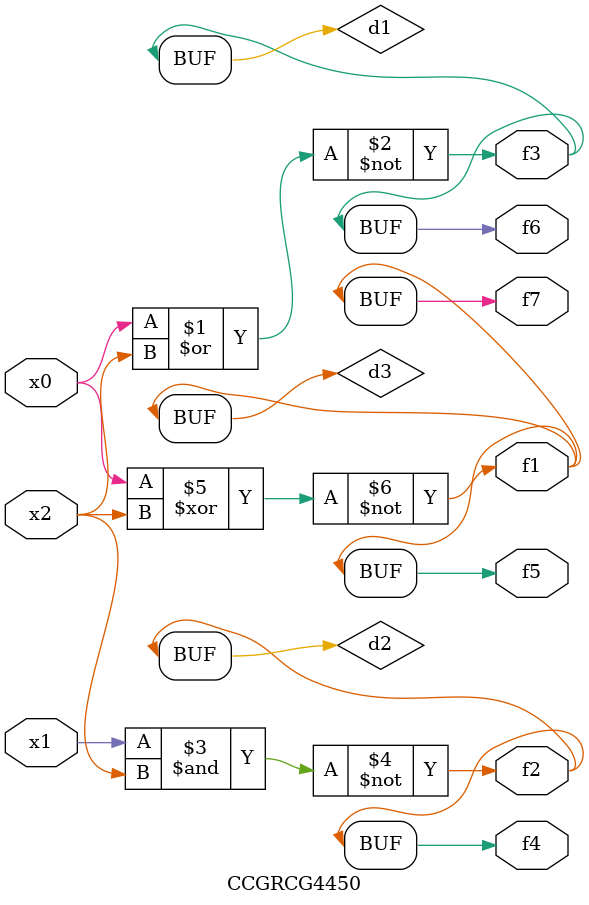
<source format=v>
module CCGRCG4450(
	input x0, x1, x2,
	output f1, f2, f3, f4, f5, f6, f7
);

	wire d1, d2, d3;

	nor (d1, x0, x2);
	nand (d2, x1, x2);
	xnor (d3, x0, x2);
	assign f1 = d3;
	assign f2 = d2;
	assign f3 = d1;
	assign f4 = d2;
	assign f5 = d3;
	assign f6 = d1;
	assign f7 = d3;
endmodule

</source>
